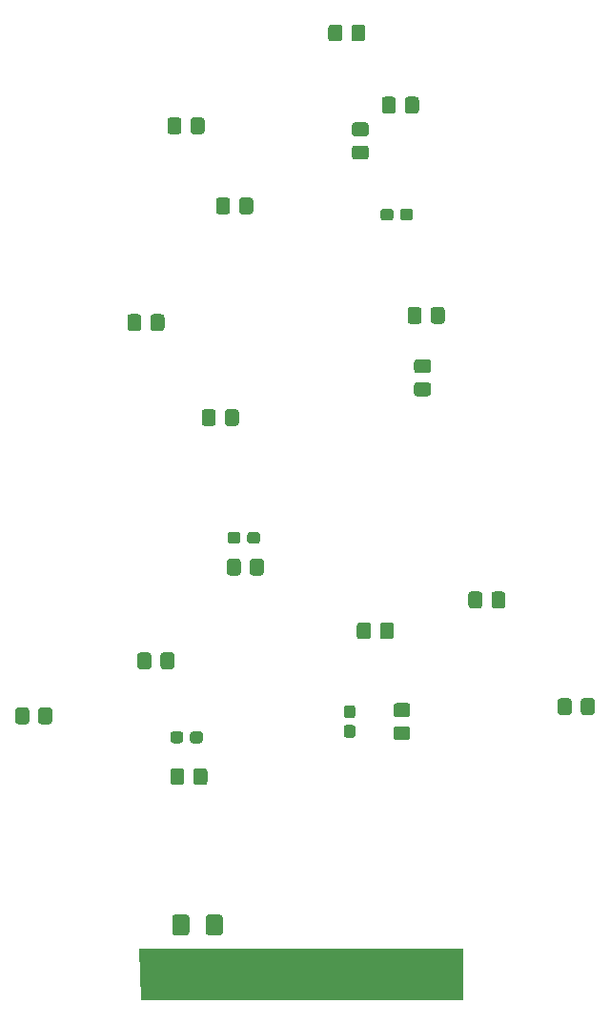
<source format=gbr>
%TF.GenerationSoftware,KiCad,Pcbnew,(5.1.6)-1*%
%TF.CreationDate,2021-10-27T11:50:58+02:00*%
%TF.ProjectId,_autosave-BaumOben,5f617574-6f73-4617-9665-2d4261756d4f,rev?*%
%TF.SameCoordinates,Original*%
%TF.FileFunction,Soldermask,Top*%
%TF.FilePolarity,Negative*%
%FSLAX46Y46*%
G04 Gerber Fmt 4.6, Leading zero omitted, Abs format (unit mm)*
G04 Created by KiCad (PCBNEW (5.1.6)-1) date 2021-10-27 11:50:58*
%MOMM*%
%LPD*%
G01*
G04 APERTURE LIST*
%ADD10C,0.100000*%
G04 APERTURE END LIST*
D10*
G36*
X114808000Y-150495000D02*
G01*
X86296500Y-150495000D01*
X86106000Y-146050000D01*
X114871500Y-145986500D01*
X114808000Y-150495000D01*
G37*
X114808000Y-150495000D02*
X86296500Y-150495000D01*
X86106000Y-146050000D01*
X114871500Y-145986500D01*
X114808000Y-150495000D01*
%TO.C,C1*%
G36*
G01*
X92049100Y-144573856D02*
X92049100Y-143258944D01*
G75*
G02*
X92316644Y-142991400I267544J0D01*
G01*
X93306556Y-142991400D01*
G75*
G02*
X93574100Y-143258944I0J-267544D01*
G01*
X93574100Y-144573856D01*
G75*
G02*
X93306556Y-144841400I-267544J0D01*
G01*
X92316644Y-144841400D01*
G75*
G02*
X92049100Y-144573856I0J267544D01*
G01*
G37*
G36*
G01*
X89074100Y-144573856D02*
X89074100Y-143258944D01*
G75*
G02*
X89341644Y-142991400I267544J0D01*
G01*
X90331556Y-142991400D01*
G75*
G02*
X90599100Y-143258944I0J-267544D01*
G01*
X90599100Y-144573856D01*
G75*
G02*
X90331556Y-144841400I-267544J0D01*
G01*
X89341644Y-144841400D01*
G75*
G02*
X89074100Y-144573856I0J267544D01*
G01*
G37*
%TD*%
%TO.C,R10*%
G36*
G01*
X90951000Y-131224762D02*
X90951000Y-130268238D01*
G75*
G02*
X91222738Y-129996500I271738J0D01*
G01*
X91929262Y-129996500D01*
G75*
G02*
X92201000Y-130268238I0J-271738D01*
G01*
X92201000Y-131224762D01*
G75*
G02*
X91929262Y-131496500I-271738J0D01*
G01*
X91222738Y-131496500D01*
G75*
G02*
X90951000Y-131224762I0J271738D01*
G01*
G37*
G36*
G01*
X88901000Y-131224762D02*
X88901000Y-130268238D01*
G75*
G02*
X89172738Y-129996500I271738J0D01*
G01*
X89879262Y-129996500D01*
G75*
G02*
X90151000Y-130268238I0J-271738D01*
G01*
X90151000Y-131224762D01*
G75*
G02*
X89879262Y-131496500I-271738J0D01*
G01*
X89172738Y-131496500D01*
G75*
G02*
X88901000Y-131224762I0J271738D01*
G01*
G37*
%TD*%
%TO.C,R8*%
G36*
G01*
X109952262Y-125457000D02*
X108995738Y-125457000D01*
G75*
G02*
X108724000Y-125185262I0J271738D01*
G01*
X108724000Y-124478738D01*
G75*
G02*
X108995738Y-124207000I271738J0D01*
G01*
X109952262Y-124207000D01*
G75*
G02*
X110224000Y-124478738I0J-271738D01*
G01*
X110224000Y-125185262D01*
G75*
G02*
X109952262Y-125457000I-271738J0D01*
G01*
G37*
G36*
G01*
X109952262Y-127507000D02*
X108995738Y-127507000D01*
G75*
G02*
X108724000Y-127235262I0J271738D01*
G01*
X108724000Y-126528738D01*
G75*
G02*
X108995738Y-126257000I271738J0D01*
G01*
X109952262Y-126257000D01*
G75*
G02*
X110224000Y-126528738I0J-271738D01*
G01*
X110224000Y-127235262D01*
G75*
G02*
X109952262Y-127507000I-271738J0D01*
G01*
G37*
%TD*%
%TO.C,R7*%
G36*
G01*
X95967500Y-112619262D02*
X95967500Y-111662738D01*
G75*
G02*
X96239238Y-111391000I271738J0D01*
G01*
X96945762Y-111391000D01*
G75*
G02*
X97217500Y-111662738I0J-271738D01*
G01*
X97217500Y-112619262D01*
G75*
G02*
X96945762Y-112891000I-271738J0D01*
G01*
X96239238Y-112891000D01*
G75*
G02*
X95967500Y-112619262I0J271738D01*
G01*
G37*
G36*
G01*
X93917500Y-112619262D02*
X93917500Y-111662738D01*
G75*
G02*
X94189238Y-111391000I271738J0D01*
G01*
X94895762Y-111391000D01*
G75*
G02*
X95167500Y-111662738I0J-271738D01*
G01*
X95167500Y-112619262D01*
G75*
G02*
X94895762Y-112891000I-271738J0D01*
G01*
X94189238Y-112891000D01*
G75*
G02*
X93917500Y-112619262I0J271738D01*
G01*
G37*
%TD*%
%TO.C,R3*%
G36*
G01*
X105312738Y-74695000D02*
X106269262Y-74695000D01*
G75*
G02*
X106541000Y-74966738I0J-271738D01*
G01*
X106541000Y-75673262D01*
G75*
G02*
X106269262Y-75945000I-271738J0D01*
G01*
X105312738Y-75945000D01*
G75*
G02*
X105041000Y-75673262I0J271738D01*
G01*
X105041000Y-74966738D01*
G75*
G02*
X105312738Y-74695000I271738J0D01*
G01*
G37*
G36*
G01*
X105312738Y-72645000D02*
X106269262Y-72645000D01*
G75*
G02*
X106541000Y-72916738I0J-271738D01*
G01*
X106541000Y-73623262D01*
G75*
G02*
X106269262Y-73895000I-271738J0D01*
G01*
X105312738Y-73895000D01*
G75*
G02*
X105041000Y-73623262I0J271738D01*
G01*
X105041000Y-72916738D01*
G75*
G02*
X105312738Y-72645000I271738J0D01*
G01*
G37*
%TD*%
%TO.C,R1*%
G36*
G01*
X110837238Y-95722500D02*
X111793762Y-95722500D01*
G75*
G02*
X112065500Y-95994238I0J-271738D01*
G01*
X112065500Y-96700762D01*
G75*
G02*
X111793762Y-96972500I-271738J0D01*
G01*
X110837238Y-96972500D01*
G75*
G02*
X110565500Y-96700762I0J271738D01*
G01*
X110565500Y-95994238D01*
G75*
G02*
X110837238Y-95722500I271738J0D01*
G01*
G37*
G36*
G01*
X110837238Y-93672500D02*
X111793762Y-93672500D01*
G75*
G02*
X112065500Y-93944238I0J-271738D01*
G01*
X112065500Y-94650762D01*
G75*
G02*
X111793762Y-94922500I-271738J0D01*
G01*
X110837238Y-94922500D01*
G75*
G02*
X110565500Y-94650762I0J271738D01*
G01*
X110565500Y-93944238D01*
G75*
G02*
X110837238Y-93672500I271738J0D01*
G01*
G37*
%TD*%
%TO.C,DY8*%
G36*
G01*
X93745000Y-99347762D02*
X93745000Y-98391238D01*
G75*
G02*
X94016738Y-98119500I271738J0D01*
G01*
X94723262Y-98119500D01*
G75*
G02*
X94995000Y-98391238I0J-271738D01*
G01*
X94995000Y-99347762D01*
G75*
G02*
X94723262Y-99619500I-271738J0D01*
G01*
X94016738Y-99619500D01*
G75*
G02*
X93745000Y-99347762I0J271738D01*
G01*
G37*
G36*
G01*
X91695000Y-99347762D02*
X91695000Y-98391238D01*
G75*
G02*
X91966738Y-98119500I271738J0D01*
G01*
X92673262Y-98119500D01*
G75*
G02*
X92945000Y-98391238I0J-271738D01*
G01*
X92945000Y-99347762D01*
G75*
G02*
X92673262Y-99619500I-271738J0D01*
G01*
X91966738Y-99619500D01*
G75*
G02*
X91695000Y-99347762I0J271738D01*
G01*
G37*
%TD*%
%TO.C,DY6*%
G36*
G01*
X109747000Y-71598262D02*
X109747000Y-70641738D01*
G75*
G02*
X110018738Y-70370000I271738J0D01*
G01*
X110725262Y-70370000D01*
G75*
G02*
X110997000Y-70641738I0J-271738D01*
G01*
X110997000Y-71598262D01*
G75*
G02*
X110725262Y-71870000I-271738J0D01*
G01*
X110018738Y-71870000D01*
G75*
G02*
X109747000Y-71598262I0J271738D01*
G01*
G37*
G36*
G01*
X107697000Y-71598262D02*
X107697000Y-70641738D01*
G75*
G02*
X107968738Y-70370000I271738J0D01*
G01*
X108675262Y-70370000D01*
G75*
G02*
X108947000Y-70641738I0J-271738D01*
G01*
X108947000Y-71598262D01*
G75*
G02*
X108675262Y-71870000I-271738J0D01*
G01*
X107968738Y-71870000D01*
G75*
G02*
X107697000Y-71598262I0J271738D01*
G01*
G37*
%TD*%
%TO.C,DY4*%
G36*
G01*
X111233000Y-89310738D02*
X111233000Y-90267262D01*
G75*
G02*
X110961262Y-90539000I-271738J0D01*
G01*
X110254738Y-90539000D01*
G75*
G02*
X109983000Y-90267262I0J271738D01*
G01*
X109983000Y-89310738D01*
G75*
G02*
X110254738Y-89039000I271738J0D01*
G01*
X110961262Y-89039000D01*
G75*
G02*
X111233000Y-89310738I0J-271738D01*
G01*
G37*
G36*
G01*
X113283000Y-89310738D02*
X113283000Y-90267262D01*
G75*
G02*
X113011262Y-90539000I-271738J0D01*
G01*
X112304738Y-90539000D01*
G75*
G02*
X112033000Y-90267262I0J271738D01*
G01*
X112033000Y-89310738D01*
G75*
G02*
X112304738Y-89039000I271738J0D01*
G01*
X113011262Y-89039000D01*
G75*
G02*
X113283000Y-89310738I0J-271738D01*
G01*
G37*
%TD*%
%TO.C,DY1*%
G36*
G01*
X88030000Y-120937762D02*
X88030000Y-119981238D01*
G75*
G02*
X88301738Y-119709500I271738J0D01*
G01*
X89008262Y-119709500D01*
G75*
G02*
X89280000Y-119981238I0J-271738D01*
G01*
X89280000Y-120937762D01*
G75*
G02*
X89008262Y-121209500I-271738J0D01*
G01*
X88301738Y-121209500D01*
G75*
G02*
X88030000Y-120937762I0J271738D01*
G01*
G37*
G36*
G01*
X85980000Y-120937762D02*
X85980000Y-119981238D01*
G75*
G02*
X86251738Y-119709500I271738J0D01*
G01*
X86958262Y-119709500D01*
G75*
G02*
X87230000Y-119981238I0J-271738D01*
G01*
X87230000Y-120937762D01*
G75*
G02*
X86958262Y-121209500I-271738J0D01*
G01*
X86251738Y-121209500D01*
G75*
G02*
X85980000Y-120937762I0J271738D01*
G01*
G37*
%TD*%
%TO.C,DR7*%
G36*
G01*
X87141000Y-90902262D02*
X87141000Y-89945738D01*
G75*
G02*
X87412738Y-89674000I271738J0D01*
G01*
X88119262Y-89674000D01*
G75*
G02*
X88391000Y-89945738I0J-271738D01*
G01*
X88391000Y-90902262D01*
G75*
G02*
X88119262Y-91174000I-271738J0D01*
G01*
X87412738Y-91174000D01*
G75*
G02*
X87141000Y-90902262I0J271738D01*
G01*
G37*
G36*
G01*
X85091000Y-90902262D02*
X85091000Y-89945738D01*
G75*
G02*
X85362738Y-89674000I271738J0D01*
G01*
X86069262Y-89674000D01*
G75*
G02*
X86341000Y-89945738I0J-271738D01*
G01*
X86341000Y-90902262D01*
G75*
G02*
X86069262Y-91174000I-271738J0D01*
G01*
X85362738Y-91174000D01*
G75*
G02*
X85091000Y-90902262I0J271738D01*
G01*
G37*
%TD*%
%TO.C,DR5*%
G36*
G01*
X117430500Y-115540262D02*
X117430500Y-114583738D01*
G75*
G02*
X117702238Y-114312000I271738J0D01*
G01*
X118408762Y-114312000D01*
G75*
G02*
X118680500Y-114583738I0J-271738D01*
G01*
X118680500Y-115540262D01*
G75*
G02*
X118408762Y-115812000I-271738J0D01*
G01*
X117702238Y-115812000D01*
G75*
G02*
X117430500Y-115540262I0J271738D01*
G01*
G37*
G36*
G01*
X115380500Y-115540262D02*
X115380500Y-114583738D01*
G75*
G02*
X115652238Y-114312000I271738J0D01*
G01*
X116358762Y-114312000D01*
G75*
G02*
X116630500Y-114583738I0J-271738D01*
G01*
X116630500Y-115540262D01*
G75*
G02*
X116358762Y-115812000I-271738J0D01*
G01*
X115652238Y-115812000D01*
G75*
G02*
X115380500Y-115540262I0J271738D01*
G01*
G37*
%TD*%
%TO.C,DR3*%
G36*
G01*
X104184500Y-64228238D02*
X104184500Y-65184762D01*
G75*
G02*
X103912762Y-65456500I-271738J0D01*
G01*
X103206238Y-65456500D01*
G75*
G02*
X102934500Y-65184762I0J271738D01*
G01*
X102934500Y-64228238D01*
G75*
G02*
X103206238Y-63956500I271738J0D01*
G01*
X103912762Y-63956500D01*
G75*
G02*
X104184500Y-64228238I0J-271738D01*
G01*
G37*
G36*
G01*
X106234500Y-64228238D02*
X106234500Y-65184762D01*
G75*
G02*
X105962762Y-65456500I-271738J0D01*
G01*
X105256238Y-65456500D01*
G75*
G02*
X104984500Y-65184762I0J271738D01*
G01*
X104984500Y-64228238D01*
G75*
G02*
X105256238Y-63956500I271738J0D01*
G01*
X105962762Y-63956500D01*
G75*
G02*
X106234500Y-64228238I0J-271738D01*
G01*
G37*
%TD*%
%TO.C,DR1*%
G36*
G01*
X77171500Y-125827262D02*
X77171500Y-124870738D01*
G75*
G02*
X77443238Y-124599000I271738J0D01*
G01*
X78149762Y-124599000D01*
G75*
G02*
X78421500Y-124870738I0J-271738D01*
G01*
X78421500Y-125827262D01*
G75*
G02*
X78149762Y-126099000I-271738J0D01*
G01*
X77443238Y-126099000D01*
G75*
G02*
X77171500Y-125827262I0J271738D01*
G01*
G37*
G36*
G01*
X75121500Y-125827262D02*
X75121500Y-124870738D01*
G75*
G02*
X75393238Y-124599000I271738J0D01*
G01*
X76099762Y-124599000D01*
G75*
G02*
X76371500Y-124870738I0J-271738D01*
G01*
X76371500Y-125827262D01*
G75*
G02*
X76099762Y-126099000I-271738J0D01*
G01*
X75393238Y-126099000D01*
G75*
G02*
X75121500Y-125827262I0J271738D01*
G01*
G37*
%TD*%
%TO.C,DG7*%
G36*
G01*
X89906000Y-72483238D02*
X89906000Y-73439762D01*
G75*
G02*
X89634262Y-73711500I-271738J0D01*
G01*
X88927738Y-73711500D01*
G75*
G02*
X88656000Y-73439762I0J271738D01*
G01*
X88656000Y-72483238D01*
G75*
G02*
X88927738Y-72211500I271738J0D01*
G01*
X89634262Y-72211500D01*
G75*
G02*
X89906000Y-72483238I0J-271738D01*
G01*
G37*
G36*
G01*
X91956000Y-72483238D02*
X91956000Y-73439762D01*
G75*
G02*
X91684262Y-73711500I-271738J0D01*
G01*
X90977738Y-73711500D01*
G75*
G02*
X90706000Y-73439762I0J271738D01*
G01*
X90706000Y-72483238D01*
G75*
G02*
X90977738Y-72211500I271738J0D01*
G01*
X91684262Y-72211500D01*
G75*
G02*
X91956000Y-72483238I0J-271738D01*
G01*
G37*
%TD*%
%TO.C,DG5*%
G36*
G01*
X125368000Y-125001762D02*
X125368000Y-124045238D01*
G75*
G02*
X125639738Y-123773500I271738J0D01*
G01*
X126346262Y-123773500D01*
G75*
G02*
X126618000Y-124045238I0J-271738D01*
G01*
X126618000Y-125001762D01*
G75*
G02*
X126346262Y-125273500I-271738J0D01*
G01*
X125639738Y-125273500D01*
G75*
G02*
X125368000Y-125001762I0J271738D01*
G01*
G37*
G36*
G01*
X123318000Y-125001762D02*
X123318000Y-124045238D01*
G75*
G02*
X123589738Y-123773500I271738J0D01*
G01*
X124296262Y-123773500D01*
G75*
G02*
X124568000Y-124045238I0J-271738D01*
G01*
X124568000Y-125001762D01*
G75*
G02*
X124296262Y-125273500I-271738J0D01*
G01*
X123589738Y-125273500D01*
G75*
G02*
X123318000Y-125001762I0J271738D01*
G01*
G37*
%TD*%
%TO.C,DG3*%
G36*
G01*
X107524500Y-118270762D02*
X107524500Y-117314238D01*
G75*
G02*
X107796238Y-117042500I271738J0D01*
G01*
X108502762Y-117042500D01*
G75*
G02*
X108774500Y-117314238I0J-271738D01*
G01*
X108774500Y-118270762D01*
G75*
G02*
X108502762Y-118542500I-271738J0D01*
G01*
X107796238Y-118542500D01*
G75*
G02*
X107524500Y-118270762I0J271738D01*
G01*
G37*
G36*
G01*
X105474500Y-118270762D02*
X105474500Y-117314238D01*
G75*
G02*
X105746238Y-117042500I271738J0D01*
G01*
X106452762Y-117042500D01*
G75*
G02*
X106724500Y-117314238I0J-271738D01*
G01*
X106724500Y-118270762D01*
G75*
G02*
X106452762Y-118542500I-271738J0D01*
G01*
X105746238Y-118542500D01*
G75*
G02*
X105474500Y-118270762I0J271738D01*
G01*
G37*
%TD*%
%TO.C,DG1*%
G36*
G01*
X95015000Y-80551762D02*
X95015000Y-79595238D01*
G75*
G02*
X95286738Y-79323500I271738J0D01*
G01*
X95993262Y-79323500D01*
G75*
G02*
X96265000Y-79595238I0J-271738D01*
G01*
X96265000Y-80551762D01*
G75*
G02*
X95993262Y-80823500I-271738J0D01*
G01*
X95286738Y-80823500D01*
G75*
G02*
X95015000Y-80551762I0J271738D01*
G01*
G37*
G36*
G01*
X92965000Y-80551762D02*
X92965000Y-79595238D01*
G75*
G02*
X93236738Y-79323500I271738J0D01*
G01*
X93943262Y-79323500D01*
G75*
G02*
X94215000Y-79595238I0J-271738D01*
G01*
X94215000Y-80551762D01*
G75*
G02*
X93943262Y-80823500I-271738J0D01*
G01*
X93236738Y-80823500D01*
G75*
G02*
X92965000Y-80551762I0J271738D01*
G01*
G37*
%TD*%
%TO.C,DB8*%
G36*
G01*
X90660500Y-127516500D02*
X90660500Y-126991500D01*
G75*
G02*
X90923000Y-126729000I262500J0D01*
G01*
X91548000Y-126729000D01*
G75*
G02*
X91810500Y-126991500I0J-262500D01*
G01*
X91810500Y-127516500D01*
G75*
G02*
X91548000Y-127779000I-262500J0D01*
G01*
X90923000Y-127779000D01*
G75*
G02*
X90660500Y-127516500I0J262500D01*
G01*
G37*
G36*
G01*
X88910500Y-127516500D02*
X88910500Y-126991500D01*
G75*
G02*
X89173000Y-126729000I262500J0D01*
G01*
X89798000Y-126729000D01*
G75*
G02*
X90060500Y-126991500I0J-262500D01*
G01*
X90060500Y-127516500D01*
G75*
G02*
X89798000Y-127779000I-262500J0D01*
G01*
X89173000Y-127779000D01*
G75*
G02*
X88910500Y-127516500I0J262500D01*
G01*
G37*
%TD*%
%TO.C,DB7*%
G36*
G01*
X109329500Y-81098000D02*
X109329500Y-80573000D01*
G75*
G02*
X109592000Y-80310500I262500J0D01*
G01*
X110217000Y-80310500D01*
G75*
G02*
X110479500Y-80573000I0J-262500D01*
G01*
X110479500Y-81098000D01*
G75*
G02*
X110217000Y-81360500I-262500J0D01*
G01*
X109592000Y-81360500D01*
G75*
G02*
X109329500Y-81098000I0J262500D01*
G01*
G37*
G36*
G01*
X107579500Y-81098000D02*
X107579500Y-80573000D01*
G75*
G02*
X107842000Y-80310500I262500J0D01*
G01*
X108467000Y-80310500D01*
G75*
G02*
X108729500Y-80573000I0J-262500D01*
G01*
X108729500Y-81098000D01*
G75*
G02*
X108467000Y-81360500I-262500J0D01*
G01*
X107842000Y-81360500D01*
G75*
G02*
X107579500Y-81098000I0J262500D01*
G01*
G37*
%TD*%
%TO.C,DB4*%
G36*
G01*
X105101000Y-125557000D02*
X104576000Y-125557000D01*
G75*
G02*
X104313500Y-125294500I0J262500D01*
G01*
X104313500Y-124669500D01*
G75*
G02*
X104576000Y-124407000I262500J0D01*
G01*
X105101000Y-124407000D01*
G75*
G02*
X105363500Y-124669500I0J-262500D01*
G01*
X105363500Y-125294500D01*
G75*
G02*
X105101000Y-125557000I-262500J0D01*
G01*
G37*
G36*
G01*
X105101000Y-127307000D02*
X104576000Y-127307000D01*
G75*
G02*
X104313500Y-127044500I0J262500D01*
G01*
X104313500Y-126419500D01*
G75*
G02*
X104576000Y-126157000I262500J0D01*
G01*
X105101000Y-126157000D01*
G75*
G02*
X105363500Y-126419500I0J-262500D01*
G01*
X105363500Y-127044500D01*
G75*
G02*
X105101000Y-127307000I-262500J0D01*
G01*
G37*
%TD*%
%TO.C,DB2*%
G36*
G01*
X95740500Y-109800000D02*
X95740500Y-109275000D01*
G75*
G02*
X96003000Y-109012500I262500J0D01*
G01*
X96628000Y-109012500D01*
G75*
G02*
X96890500Y-109275000I0J-262500D01*
G01*
X96890500Y-109800000D01*
G75*
G02*
X96628000Y-110062500I-262500J0D01*
G01*
X96003000Y-110062500D01*
G75*
G02*
X95740500Y-109800000I0J262500D01*
G01*
G37*
G36*
G01*
X93990500Y-109800000D02*
X93990500Y-109275000D01*
G75*
G02*
X94253000Y-109012500I262500J0D01*
G01*
X94878000Y-109012500D01*
G75*
G02*
X95140500Y-109275000I0J-262500D01*
G01*
X95140500Y-109800000D01*
G75*
G02*
X94878000Y-110062500I-262500J0D01*
G01*
X94253000Y-110062500D01*
G75*
G02*
X93990500Y-109800000I0J262500D01*
G01*
G37*
%TD*%
M02*

</source>
